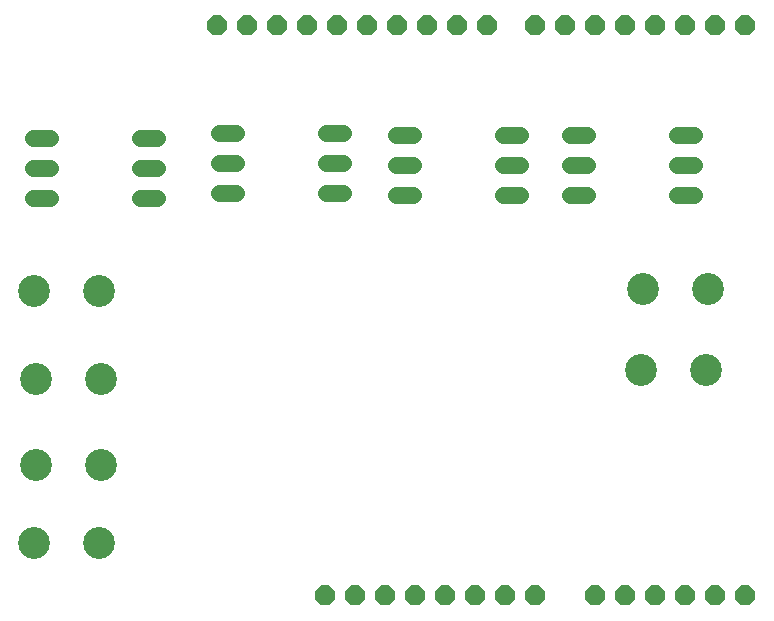
<source format=gbr>
G04 EAGLE Gerber RS-274X export*
G75*
%MOMM*%
%FSLAX34Y34*%
%LPD*%
%INTop Copper*%
%IPPOS*%
%AMOC8*
5,1,8,0,0,1.08239X$1,22.5*%
G01*
%ADD10P,1.814519X8X22.500000*%
%ADD11C,2.700000*%
%ADD12C,1.422400*%


D10*
X533400Y508000D03*
X508000Y25400D03*
X558800Y508000D03*
X584200Y508000D03*
X609600Y508000D03*
X635000Y508000D03*
X508000Y508000D03*
X482600Y508000D03*
X457200Y508000D03*
X416560Y508000D03*
X391160Y508000D03*
X365760Y508000D03*
X340360Y508000D03*
X314960Y508000D03*
X289560Y508000D03*
X264160Y508000D03*
X238760Y508000D03*
X533400Y25400D03*
X558800Y25400D03*
X584200Y25400D03*
X609600Y25400D03*
X635000Y25400D03*
X457200Y25400D03*
X431800Y25400D03*
X406400Y25400D03*
X381000Y25400D03*
X355600Y25400D03*
X330200Y25400D03*
X213360Y508000D03*
X187960Y508000D03*
X304800Y25400D03*
X279400Y25400D03*
D11*
X601980Y215900D03*
X546980Y215900D03*
X603250Y284480D03*
X548250Y284480D03*
X33020Y69850D03*
X88020Y69850D03*
X34290Y135890D03*
X89290Y135890D03*
X33020Y283210D03*
X88020Y283210D03*
X34290Y208280D03*
X89290Y208280D03*
D12*
X339598Y364490D02*
X353822Y364490D01*
X353822Y389890D02*
X339598Y389890D01*
X339598Y415290D02*
X353822Y415290D01*
X429768Y415290D02*
X443992Y415290D01*
X443992Y389890D02*
X429768Y389890D01*
X429768Y364490D02*
X443992Y364490D01*
X486918Y364490D02*
X501142Y364490D01*
X501142Y389890D02*
X486918Y389890D01*
X486918Y415290D02*
X501142Y415290D01*
X577088Y415290D02*
X591312Y415290D01*
X591312Y389890D02*
X577088Y389890D01*
X577088Y364490D02*
X591312Y364490D01*
X46482Y361950D02*
X32258Y361950D01*
X32258Y387350D02*
X46482Y387350D01*
X46482Y412750D02*
X32258Y412750D01*
X122428Y412750D02*
X136652Y412750D01*
X136652Y387350D02*
X122428Y387350D01*
X122428Y361950D02*
X136652Y361950D01*
X189738Y365760D02*
X203962Y365760D01*
X203962Y391160D02*
X189738Y391160D01*
X189738Y416560D02*
X203962Y416560D01*
X279908Y416560D02*
X294132Y416560D01*
X294132Y391160D02*
X279908Y391160D01*
X279908Y365760D02*
X294132Y365760D01*
M02*

</source>
